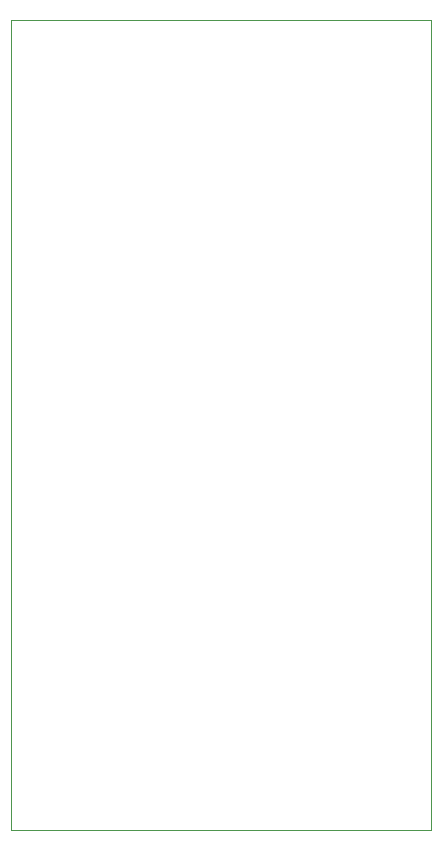
<source format=gbr>
%TF.GenerationSoftware,KiCad,Pcbnew,(5.1.6)-1*%
%TF.CreationDate,2020-08-11T03:39:42+02:00*%
%TF.ProjectId,Z80MiniFrameProtoConn,5a38304d-696e-4694-9672-616d6550726f,rev?*%
%TF.SameCoordinates,Original*%
%TF.FileFunction,Profile,NP*%
%FSLAX46Y46*%
G04 Gerber Fmt 4.6, Leading zero omitted, Abs format (unit mm)*
G04 Created by KiCad (PCBNEW (5.1.6)-1) date 2020-08-11 03:39:42*
%MOMM*%
%LPD*%
G01*
G04 APERTURE LIST*
%TA.AperFunction,Profile*%
%ADD10C,0.050000*%
%TD*%
G04 APERTURE END LIST*
D10*
X121920000Y-128270000D02*
X120650000Y-128270000D01*
X121920000Y-59690000D02*
X120650000Y-59690000D01*
X156210000Y-128270000D02*
X149860000Y-128270000D01*
X156210000Y-59690000D02*
X156210000Y-128270000D01*
X154940000Y-59690000D02*
X156210000Y-59690000D01*
X149860000Y-59690000D02*
X154940000Y-59690000D01*
X120650000Y-128270000D02*
X120650000Y-59690000D01*
X149860000Y-128270000D02*
X121920000Y-128270000D01*
X121920000Y-59690000D02*
X149860000Y-59690000D01*
M02*

</source>
